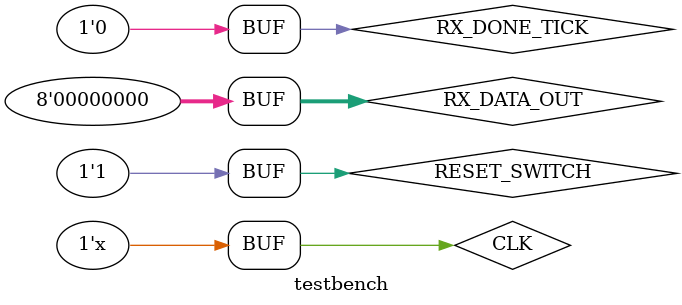
<source format=v>
`include "uart_core/uart_core.v"
`include "utils/reset_controller.v"
`include "utils/mac_module_test.v"

module mac_module_stimulus_test (
	// standard signals
	input wire CLK,
	input wire RESET_SWITCH,
	output wire RESET,
	// transmitter related signals
	// output wire TX,
	// receiver related signals
	// input wire RX,
	input wire RX_DONE_TICK,
	output reg TX_START_TRANSMISSION,
	input wire [7:0] RX_DATA_OUT,
	output reg [7:0] TX_DATA_IN,
	output wire [17:0] DATA_A_TEST,
	output wire [17:0] DATA_B_TEST,
	output wire clock_enable_pulse_mac_unit
	);

	// local variables
		// transmitter related signals   
		// reg TX_START_TRANSMISSION;
		// wire TX_BUSY;
		// reg [7:0] TX_DATA_IN;
		// receiver related signals
		// wire [7:0] RX_DATA_OUT;
		// dsp_module
		reg [17:0] DATA_A, DATA_B;
		assign DATA_A_TEST = DATA_A;
		assign DATA_B_TEST = DATA_B;

		wire [47:0] DATA_P;
		reg MAC_START_OPERATION;
		// testing_related_local_modules
		reg register_count ;

	// // module instantiations
	// uart_core u(
	// 	.clk(CLK),
	// 	.reset(RESET),
	// 	.rx_done_tick(RX_DONE_TICK),
	// 	.tx_start_transmission(TX_START_TRANSMISSION),
	// 	.tx_busy(TX_BUSY),
	// 	.rx(RX),
	// 	.rx_data_out(RX_DATA_OUT),
	// 	.tx(TX),
	// 	.tx_data_in(TX_DATA_IN)
	// 	);

	reset_controller r(
		.clk(CLK),
		.reset(RESET),
		.switch_input(RESET_SWITCH)
		);

	mac_module_test m0(
		.clk (CLK),
		.reset (RESET),
		.data_a (DATA_A),
		.data_b (DATA_B),
		.mac_start_operation (MAC_START_OPERATION), // toggle to start
		.data_p (DATA_P),
		.clock_enable_pulse(clock_enable_pulse_mac_unit)
		);

	initial begin
		TX_START_TRANSMISSION = 0;
		TX_DATA_IN = 0;
		register_count = 0;
		DATA_A = 0;
		DATA_B = 0;
	end // initial

	always @(posedge RX_DONE_TICK) begin
		if(register_count == 0) begin
			DATA_A = RX_DATA_OUT;
		end // if(register_count[0] == 0)
		else begin
			DATA_B = RX_DATA_OUT;
			MAC_START_OPERATION = ~MAC_START_OPERATION;
			TX_DATA_IN = DATA_P[7:0];
			TX_START_TRANSMISSION = ~TX_START_TRANSMISSION;
		end // else
		register_count = register_count + 1;
	end // always @(posedge RX_DONE_TICK)

endmodule // module synthesis_stimulus

module testbench();
	reg CLK;
	reg RESET_SWITCH;
	wire RESET;
	reg RX_DONE_TICK;
	wire TX_START_TRANSMISSION;
	reg [7:0] RX_DATA_OUT;
	wire [7:0] TX_DATA_IN;
	wire [17:0] DATA_A,DATA_B;
	wire clock_enable_mac;

	mac_module_stimulus_test m_tb(
		.CLK         (CLK),
		.RESET_SWITCH(RESET_SWITCH),
		.RESET       (RESET),
		.RX_DONE_TICK(RX_DONE_TICK),
		.TX_START_TRANSMISSION(TX_START_TRANSMISSION),
		.RX_DATA_OUT(RX_DATA_OUT),
		.TX_DATA_IN(TX_DATA_IN),
		.DATA_A_TEST          (DATA_A),
		.DATA_B_TEST          (DATA_B),
		.clock_enable_pulse_mac_unit(clock_enable_mac)
		);

	initial begin
		CLK = 0;
		RESET_SWITCH = 1;
		RX_DONE_TICK = 0;
		RX_DATA_OUT = 0;
	end

	always begin
		#5 CLK = ~ CLK;
	end

	initial begin
		#110 RESET_SWITCH = 0;
		#40 RESET_SWITCH = 1;
		
		#65 RX_DATA_OUT = 10;
		RX_DONE_TICK = 1;
		#10 RX_DONE_TICK = 0;
		
		#20 RX_DATA_OUT = 5;
		RX_DONE_TICK = 1;
		#10 RX_DONE_TICK = 0;
		
		#20 RX_DATA_OUT = 3;
		RX_DONE_TICK = 1;
		#10 RX_DONE_TICK = 0;
		
		#20 RX_DATA_OUT = 2;
		RX_DONE_TICK = 1;
		#10 RX_DONE_TICK = 0;
		
		#20 RX_DATA_OUT = 10;
		RX_DONE_TICK = 1;
		#10 RX_DONE_TICK = 0;
		
		#20 RX_DATA_OUT = 10;
		RX_DONE_TICK = 1;
		#10 RX_DONE_TICK = 0;
		
		#10 RX_DATA_OUT = 0;
		RX_DONE_TICK = 1;
		#10 RX_DONE_TICK = 0;
		
		#10 RX_DATA_OUT = 0;
		RX_DONE_TICK = 1;
		#10 RX_DONE_TICK = 0;
		
	end
	
endmodule // testbench
</source>
